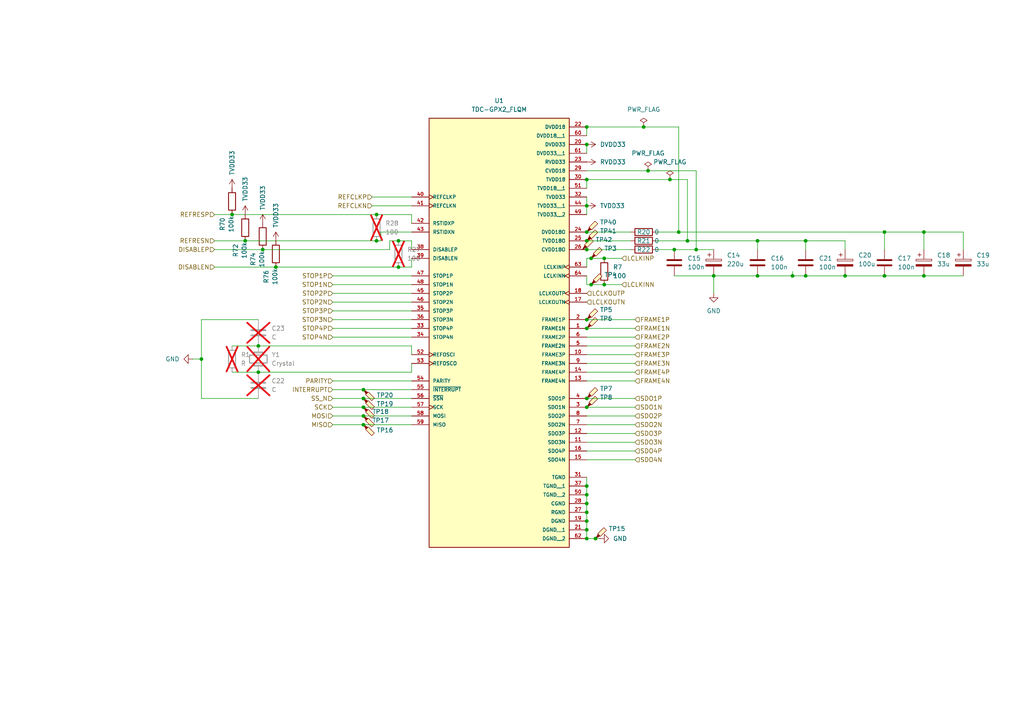
<source format=kicad_sch>
(kicad_sch (version 20231120) (generator "eeschema") (generator_version "8.0")
  (paper "A4")
  (lib_symbols
    (symbol "Connector:TestPoint_Probe" (pin_numbers hide) (pin_names (offset 0.762) hide)
      (property "Reference" "TP" (at 1.651 5.842 0))
      (property "Value" "TestPoint_Probe" (at 1.651 4.064 0))
      (symbol "TestPoint_Probe_0_1"
        (polyline (pts (xy 1.27 0.762) (xy 0 0) (xy 0.762 1.27) (xy 1.27 0.762)) (fill (type outline)))
        (polyline (pts (xy 1.397 0.635) (xy 0.635 1.397) (xy 2.413 3.175) (xy 3.175 2.413) (xy 1.397 0.635)) (fill (type background)))
      )
      (symbol "TestPoint_Probe_1_1"
        (pin passive line (at 0 0 90) (length 0) (name "1") (number "1"))
      )
    )
    (symbol "Device:C" (pin_numbers hide) (pin_names (offset 0.254))
      (property "Reference" "C" (at 0.635 2.54 0))
      (property "Value" "C" (at 0.635 -2.54 0))
      (symbol "C_0_1"
        (polyline (pts (xy -2.032 -0.762) (xy 2.032 -0.762)) (stroke (width 0.508)))
        (polyline (pts (xy -2.032 0.762) (xy 2.032 0.762)) (stroke (width 0.508)))
      )
      (symbol "C_1_1"
        (pin passive line (at 0 3.81 270) (length 2.794) (name "~") (number "1"))
        (pin passive line (at 0 -3.81 90) (length 2.794) (name "~") (number "2"))
      )
    )
    (symbol "Device:C_Polarized" (pin_numbers hide) (pin_names (offset 0.254))
      (property "Reference" "C" (at 0.635 2.54 0))
      (property "Value" "C_Polarized" (at 0.635 -2.54 0))
      (symbol "C_Polarized_0_1"
        (rectangle (start -2.286 0.508) (end 2.286 1.016))
        (polyline (pts (xy -1.778 2.286) (xy -0.762 2.286)))
        (polyline (pts (xy -1.27 2.794) (xy -1.27 1.778)))
        (rectangle (start 2.286 -0.508) (end -2.286 -1.016) (fill (type outline)))
      )
      (symbol "C_Polarized_1_1"
        (pin passive line (at 0 3.81 270) (length 2.794) (name "~") (number "1"))
        (pin passive line (at 0 -3.81 90) (length 2.794) (name "~") (number "2"))
      )
    )
    (symbol "Device:Crystal" (pin_numbers hide) (pin_names (offset 1.016) hide)
      (property "Reference" "Y" (at 0 3.81 0))
      (property "Value" "Crystal" (at 0 -3.81 0))
      (symbol "Crystal_0_1"
        (rectangle (start -1.143 2.54) (end 1.143 -2.54) (stroke (width 0.3048)))
        (polyline (pts (xy -2.54 0) (xy -1.905 0)))
        (polyline (pts (xy -1.905 -1.27) (xy -1.905 1.27)) (stroke (width 0.508)))
        (polyline (pts (xy 1.905 -1.27) (xy 1.905 1.27)) (stroke (width 0.508)))
        (polyline (pts (xy 2.54 0) (xy 1.905 0)))
      )
      (symbol "Crystal_1_1"
        (pin passive line (at -3.81 0 0) (length 1.27) (name "1") (number "1"))
        (pin passive line (at 3.81 0 180) (length 1.27) (name "2") (number "2"))
      )
    )
    (symbol "Device:R" (pin_numbers hide) (pin_names (offset 0))
      (property "Reference" "R" (at 2.032 0 90))
      (property "Value" "R" (at 0 0 90))
      (symbol "R_0_1"
        (rectangle (start -1.016 -2.54) (end 1.016 2.54) (stroke (width 0.254)))
      )
      (symbol "R_1_1"
        (pin passive line (at 0 3.81 270) (length 1.27) (name "~") (number "1"))
        (pin passive line (at 0 -3.81 90) (length 1.27) (name "~") (number "2"))
      )
    )
    (symbol "TDC-GPX2_FLQM:TDC-GPX2_FLQM" (pin_names (offset 1.016))
      (property "Reference" "U1" (at 0 55.88 0))
      (property "Value" "TDC-GPX2_FLQM" (at 0 53.34 0))
      (symbol "TDC-GPX2_FLQM_0_0"
        (rectangle (start -20.32 -73.66) (end 20.32 50.8) (stroke (width 0.254)) (fill (type background)))
        (pin output line (at 25.4 -10.16 180) (length 5.08) (name "FRAME1N") (number "1"))
        (pin output line (at 25.4 -17.78 180) (length 5.08) (name "FRAME3P") (number "10"))
        (pin output line (at 25.4 -43.18 180) (length 5.08) (name "SDO3N") (number "11"))
        (pin output line (at 25.4 -40.64 180) (length 5.08) (name "SDO3P") (number "12"))
        (pin output line (at 25.4 -25.4 180) (length 5.08) (name "FRAME4N") (number "13"))
        (pin output line (at 25.4 -22.86 180) (length 5.08) (name "FRAME4P") (number "14"))
        (pin output line (at 25.4 -48.26 180) (length 5.08) (name "SDO4N") (number "15"))
        (pin output line (at 25.4 -45.72 180) (length 5.08) (name "SDO4P") (number "16"))
        (pin output clock (at 25.4 -2.54 180) (length 5.08) (name "LCLKOUTN") (number "17"))
        (pin output clock (at 25.4 0 180) (length 5.08) (name "LCLKOUTP") (number "18"))
        (pin power_in line (at 25.4 -66.04 180) (length 5.08) (name "DGND") (number "19"))
        (pin output line (at 25.4 -7.62 180) (length 5.08) (name "FRAME1P") (number "2"))
        (pin power_in line (at 25.4 43.18 180) (length 5.08) (name "DVDD33") (number "20"))
        (pin power_in line (at 25.4 -68.58 180) (length 5.08) (name "DGND__1") (number "21"))
        (pin power_in line (at 25.4 48.26 180) (length 5.08) (name "DVDD18") (number "22"))
        (pin power_in line (at 25.4 38.1 180) (length 5.08) (name "RVDD33") (number "23"))
        (pin power_out line (at 25.4 17.78 180) (length 5.08) (name "DVDD18O") (number "24"))
        (pin power_out line (at 25.4 15.24 180) (length 5.08) (name "TVDD18O") (number "25"))
        (pin power_out line (at 25.4 12.7 180) (length 5.08) (name "CVDD18O") (number "26"))
        (pin power_in line (at 25.4 -63.5 180) (length 5.08) (name "RGND") (number "27"))
        (pin power_in line (at 25.4 -60.96 180) (length 5.08) (name "CGND") (number "28"))
        (pin power_in line (at 25.4 35.56 180) (length 5.08) (name "CVDD18") (number "29"))
        (pin output line (at 25.4 -33.02 180) (length 5.08) (name "SDO1N") (number "3"))
        (pin power_in line (at 25.4 33.02 180) (length 5.08) (name "TVDD18") (number "30"))
        (pin power_in line (at 25.4 -53.34 180) (length 5.08) (name "TGND") (number "31"))
        (pin power_in line (at 25.4 27.94 180) (length 5.08) (name "TVDD33") (number "32"))
        (pin input line (at -25.4 -10.16 0) (length 5.08) (name "STOP4P") (number "33"))
        (pin input line (at -25.4 -12.7 0) (length 5.08) (name "STOP4N") (number "34"))
        (pin input line (at -25.4 -5.08 0) (length 5.08) (name "STOP3P") (number "35"))
        (pin input line (at -25.4 -7.62 0) (length 5.08) (name "STOP3N") (number "36"))
        (pin power_in line (at 25.4 -55.88 180) (length 5.08) (name "TGND__1") (number "37"))
        (pin input line (at -25.4 12.7 0) (length 5.08) (name "DISABLEP") (number "38"))
        (pin input line (at -25.4 10.16 0) (length 5.08) (name "DISABLEN") (number "39"))
        (pin output line (at 25.4 -30.48 180) (length 5.08) (name "SDO1P") (number "4"))
        (pin input clock (at -25.4 27.94 0) (length 5.08) (name "REFCLKP") (number "40"))
        (pin input clock (at -25.4 25.4 0) (length 5.08) (name "REFCLKN") (number "41"))
        (pin input line (at -25.4 20.32 0) (length 5.08) (name "RSTIDXP") (number "42"))
        (pin input line (at -25.4 17.78 0) (length 5.08) (name "RSTIDXN") (number "43"))
        (pin power_in line (at 25.4 25.4 180) (length 5.08) (name "TVDD33__1") (number "44"))
        (pin input line (at -25.4 0 0) (length 5.08) (name "STOP2P") (number "45"))
        (pin input line (at -25.4 -2.54 0) (length 5.08) (name "STOP2N") (number "46"))
        (pin input line (at -25.4 5.08 0) (length 5.08) (name "STOP1P") (number "47"))
        (pin input line (at -25.4 2.54 0) (length 5.08) (name "STOP1N") (number "48"))
        (pin power_in line (at 25.4 22.86 180) (length 5.08) (name "TVDD33__2") (number "49"))
        (pin output line (at 25.4 -15.24 180) (length 5.08) (name "FRAME2N") (number "5"))
        (pin power_in line (at 25.4 -58.42 180) (length 5.08) (name "TGND__2") (number "50"))
        (pin power_in line (at 25.4 30.48 180) (length 5.08) (name "TVDD18__1") (number "51"))
        (pin input clock (at -25.4 -17.78 0) (length 5.08) (name "REFOSCI") (number "52"))
        (pin output clock (at -25.4 -20.32 0) (length 5.08) (name "REFOSCO") (number "53"))
        (pin output line (at -25.4 -25.4 0) (length 5.08) (name "PARITY") (number "54"))
        (pin output line (at -25.4 -27.94 0) (length 5.08) (name "~{INTERRUPT}") (number "55"))
        (pin input line (at -25.4 -30.48 0) (length 5.08) (name "~{SSN}") (number "56"))
        (pin input clock (at -25.4 -33.02 0) (length 5.08) (name "SCK") (number "57"))
        (pin input line (at -25.4 -35.56 0) (length 5.08) (name "MOSI") (number "58"))
        (pin bidirectional line (at -25.4 -38.1 0) (length 5.08) (name "MISO") (number "59"))
        (pin output line (at 25.4 -12.7 180) (length 5.08) (name "FRAME2P") (number "6"))
        (pin power_in line (at 25.4 45.72 180) (length 5.08) (name "DVDD18__1") (number "60"))
        (pin power_in line (at 25.4 40.64 180) (length 5.08) (name "DVDD33__1") (number "61"))
        (pin power_in line (at 25.4 -71.12 180) (length 5.08) (name "DGND__2") (number "62"))
        (pin input clock (at 25.4 7.62 180) (length 5.08) (name "LCLKINP") (number "63"))
        (pin input clock (at 25.4 5.08 180) (length 5.08) (name "LCLKINN") (number "64"))
        (pin output line (at 25.4 -38.1 180) (length 5.08) (name "SDO2N") (number "7"))
        (pin output line (at 25.4 -35.56 180) (length 5.08) (name "SDO2P") (number "8"))
        (pin output line (at 25.4 -20.32 180) (length 5.08) (name "FRAME3N") (number "9"))
      )
    )
    (symbol "power:+5C" (power) (pin_numbers hide) (pin_names (offset 0) hide)
      (property "Value" "+5C" (at 0 3.556 0))
      (symbol "+5C_0_1"
        (polyline (pts (xy -0.762 1.27) (xy 0 2.54)))
        (polyline (pts (xy 0 0) (xy 0 2.54)))
        (polyline (pts (xy 0 2.54) (xy 0.762 1.27)))
      )
      (symbol "+5C_1_1"
        (pin power_in line (at 0 0 90) (length 0) (name "~") (number "1"))
      )
    )
    (symbol "power:GND" (power) (pin_numbers hide) (pin_names (offset 0) hide)
      (property "Value" "GND" (at 0 -3.81 0))
      (symbol "GND_0_1"
        (polyline (pts (xy 0 0) (xy 0 -1.27) (xy 1.27 -1.27) (xy 0 -2.54) (xy -1.27 -1.27) (xy 0 -1.27)))
      )
      (symbol "GND_1_1"
        (pin power_in line (at 0 0 270) (length 0) (name "~") (number "1"))
      )
    )
    (symbol "power:PWR_FLAG" (power) (pin_numbers hide) (pin_names (offset 0) hide)
      (property "Value" "PWR_FLAG" (at 0 3.81 0))
      (symbol "PWR_FLAG_0_0"
        (pin power_out line (at 0 0 90) (length 0) (name "~") (number "1"))
      )
      (symbol "PWR_FLAG_0_1"
        (polyline (pts (xy 0 0) (xy 0 1.27) (xy -1.016 1.905) (xy 0 2.54) (xy 1.016 1.905) (xy 0 1.27)))
      )
    )
  )
  (junction (at 175.26 82.55))
  (junction (at 219.71 69.85))
  (junction (at 80.01 77.47))
  (junction (at 170.18 118.11))
  (junction (at 71.12 69.85))
  (junction (at 256.54 67.31))
  (junction (at 76.2 72.39))
  (junction (at 201.93 72.39))
  (junction (at 199.39 69.85))
  (junction (at 170.18 67.31))
  (junction (at 267.97 67.31))
  (junction (at 170.18 72.39))
  (junction (at 170.18 115.57))
  (junction (at 170.18 59.69))
  (junction (at 170.18 36.83))
  (junction (at 170.18 156.21))
  (junction (at 170.18 95.25))
  (junction (at 207.01 80.01))
  (junction (at 187.96 49.53))
  (junction (at 74.93 107.95))
  (junction (at 170.18 151.13))
  (junction (at 219.71 80.01))
  (junction (at 109.22 69.85))
  (junction (at 170.18 69.85))
  (junction (at 105.41 120.65))
  (junction (at 74.93 100.33))
  (junction (at 175.26 74.93))
  (junction (at 233.68 69.85))
  (junction (at 170.18 52.07))
  (junction (at 105.41 118.11))
  (junction (at 58.42 104.14))
  (junction (at 170.18 148.59))
  (junction (at 256.54 80.01))
  (junction (at 115.57 77.47))
  (junction (at 105.41 123.19))
  (junction (at 115.57 69.85))
  (junction (at 170.18 140.97))
  (junction (at 194.31 52.07))
  (junction (at 172.72 156.21))
  (junction (at 171.45 82.55))
  (junction (at 245.11 80.01))
  (junction (at 233.68 80.01))
  (junction (at 171.45 74.93))
  (junction (at 105.41 115.57))
  (junction (at 229.87 80.01))
  (junction (at 67.31 62.23))
  (junction (at 186.69 36.83))
  (junction (at 170.18 146.05))
  (junction (at 170.18 143.51))
  (junction (at 105.41 113.03))
  (junction (at 195.58 72.39))
  (junction (at 170.18 92.71))
  (junction (at 109.22 62.23))
  (junction (at 170.18 153.67))
  (junction (at 196.85 67.31))
  (junction (at 267.97 80.01))
  (junction (at 170.18 41.91))
  (wire (pts (xy 96.52 87.63) (xy 119.38 87.63)))
  (wire (pts (xy 201.93 72.39) (xy 207.01 72.39)))
  (wire (pts (xy 62.23 62.23) (xy 67.31 62.23)))
  (wire (pts (xy 67.31 62.23) (xy 109.22 62.23)))
  (wire (pts (xy 109.22 69.85) (xy 110.49 69.85)))
  (wire (pts (xy 170.18 107.95) (xy 184.15 107.95)))
  (wire (pts (xy 170.18 123.19) (xy 184.15 123.19)))
  (wire (pts (xy 279.4 67.31) (xy 279.4 72.39)))
  (wire (pts (xy 201.93 49.53) (xy 201.93 72.39)))
  (wire (pts (xy 80.01 77.47) (xy 115.57 77.47)))
  (wire (pts (xy 67.31 107.95) (xy 74.93 107.95)))
  (wire (pts (xy 207.01 80.01) (xy 219.71 80.01)))
  (wire (pts (xy 219.71 69.85) (xy 219.71 72.39)))
  (wire (pts (xy 170.18 110.49) (xy 184.15 110.49)))
  (wire (pts (xy 196.85 67.31) (xy 256.54 67.31)))
  (wire (pts (xy 110.49 69.85) (xy 110.49 67.31)))
  (wire (pts (xy 267.97 67.31) (xy 279.4 67.31)))
  (wire (pts (xy 170.18 143.51) (xy 170.18 146.05)))
  (wire (pts (xy 105.41 120.65) (xy 119.38 120.65)))
  (wire (pts (xy 175.26 82.55) (xy 180.34 82.55)))
  (wire (pts (xy 170.18 52.07) (xy 170.18 54.61)))
  (wire (pts (xy 170.18 146.05) (xy 170.18 148.59)))
  (wire (pts (xy 58.42 104.14) (xy 58.42 115.57)))
  (wire (pts (xy 199.39 52.07) (xy 194.31 52.07)))
  (wire (pts (xy 96.52 120.65) (xy 105.41 120.65)))
  (wire (pts (xy 74.93 107.95) (xy 119.38 107.95)))
  (wire (pts (xy 170.18 82.55) (xy 170.18 80.01)))
  (wire (pts (xy 109.22 62.23) (xy 119.38 62.23)))
  (wire (pts (xy 233.68 69.85) (xy 233.68 72.39)))
  (wire (pts (xy 170.18 74.93) (xy 170.18 77.47)))
  (wire (pts (xy 119.38 77.47) (xy 119.38 74.93)))
  (wire (pts (xy 180.34 74.93) (xy 175.26 74.93)))
  (wire (pts (xy 105.41 113.03) (xy 119.38 113.03)))
  (wire (pts (xy 170.18 82.55) (xy 171.45 82.55)))
  (wire (pts (xy 105.41 118.11) (xy 119.38 118.11)))
  (wire (pts (xy 107.95 59.69) (xy 119.38 59.69)))
  (wire (pts (xy 96.52 90.17) (xy 119.38 90.17)))
  (wire (pts (xy 245.11 80.01) (xy 256.54 80.01)))
  (wire (pts (xy 173.99 156.21) (xy 172.72 156.21)))
  (wire (pts (xy 170.18 95.25) (xy 184.15 95.25)))
  (wire (pts (xy 170.18 72.39) (xy 182.88 72.39)))
  (wire (pts (xy 199.39 69.85) (xy 199.39 52.07)))
  (wire (pts (xy 170.18 125.73) (xy 184.15 125.73)))
  (wire (pts (xy 170.18 120.65) (xy 184.15 120.65)))
  (wire (pts (xy 267.97 67.31) (xy 267.97 72.39)))
  (wire (pts (xy 62.23 72.39) (xy 76.2 72.39)))
  (wire (pts (xy 113.03 69.85) (xy 115.57 69.85)))
  (wire (pts (xy 119.38 105.41) (xy 119.38 107.95)))
  (wire (pts (xy 170.18 115.57) (xy 184.15 115.57)))
  (wire (pts (xy 229.87 80.01) (xy 233.68 80.01)))
  (wire (pts (xy 96.52 123.19) (xy 105.41 123.19)))
  (wire (pts (xy 58.42 104.14) (xy 58.42 92.71)))
  (wire (pts (xy 170.18 105.41) (xy 184.15 105.41)))
  (wire (pts (xy 170.18 118.11) (xy 184.15 118.11)))
  (wire (pts (xy 170.18 151.13) (xy 170.18 153.67)))
  (wire (pts (xy 96.52 80.01) (xy 119.38 80.01)))
  (wire (pts (xy 74.93 100.33) (xy 119.38 100.33)))
  (wire (pts (xy 62.23 69.85) (xy 71.12 69.85)))
  (wire (pts (xy 105.41 115.57) (xy 119.38 115.57)))
  (wire (pts (xy 107.95 57.15) (xy 119.38 57.15)))
  (wire (pts (xy 196.85 67.31) (xy 196.85 36.83)))
  (wire (pts (xy 96.52 82.55) (xy 119.38 82.55)))
  (wire (pts (xy 96.52 95.25) (xy 119.38 95.25)))
  (wire (pts (xy 190.5 69.85) (xy 199.39 69.85)))
  (wire (pts (xy 170.18 100.33) (xy 184.15 100.33)))
  (wire (pts (xy 110.49 67.31) (xy 119.38 67.31)))
  (wire (pts (xy 71.12 69.85) (xy 109.22 69.85)))
  (wire (pts (xy 190.5 72.39) (xy 195.58 72.39)))
  (wire (pts (xy 245.11 69.85) (xy 245.11 72.39)))
  (wire (pts (xy 96.52 115.57) (xy 105.41 115.57)))
  (wire (pts (xy 170.18 59.69) (xy 170.18 62.23)))
  (wire (pts (xy 256.54 67.31) (xy 256.54 72.39)))
  (wire (pts (xy 233.68 80.01) (xy 245.11 80.01)))
  (wire (pts (xy 195.58 80.01) (xy 207.01 80.01)))
  (wire (pts (xy 170.18 97.79) (xy 184.15 97.79)))
  (wire (pts (xy 62.23 77.47) (xy 80.01 77.47)))
  (wire (pts (xy 171.45 74.93) (xy 175.26 74.93)))
  (wire (pts (xy 96.52 110.49) (xy 119.38 110.49)))
  (wire (pts (xy 113.03 72.39) (xy 113.03 69.85)))
  (wire (pts (xy 229.87 78.74) (xy 229.87 80.01)))
  (wire (pts (xy 96.52 92.71) (xy 119.38 92.71)))
  (wire (pts (xy 76.2 72.39) (xy 113.03 72.39)))
  (wire (pts (xy 168.91 72.39) (xy 170.18 72.39)))
  (wire (pts (xy 170.18 130.81) (xy 184.15 130.81)))
  (wire (pts (xy 171.45 82.55) (xy 175.26 82.55)))
  (wire (pts (xy 170.18 148.59) (xy 170.18 151.13)))
  (wire (pts (xy 199.39 69.85) (xy 219.71 69.85)))
  (wire (pts (xy 115.57 69.85) (xy 119.38 69.85)))
  (wire (pts (xy 194.31 52.07) (xy 170.18 52.07)))
  (wire (pts (xy 219.71 69.85) (xy 233.68 69.85)))
  (wire (pts (xy 219.71 80.01) (xy 229.87 80.01)))
  (wire (pts (xy 96.52 85.09) (xy 119.38 85.09)))
  (wire (pts (xy 119.38 100.33) (xy 119.38 102.87)))
  (wire (pts (xy 58.42 92.71) (xy 74.93 92.71)))
  (wire (pts (xy 96.52 113.03) (xy 105.41 113.03)))
  (wire (pts (xy 170.18 92.71) (xy 184.15 92.71)))
  (wire (pts (xy 187.96 49.53) (xy 201.93 49.53)))
  (wire (pts (xy 170.18 69.85) (xy 182.88 69.85)))
  (wire (pts (xy 170.18 133.35) (xy 184.15 133.35)))
  (wire (pts (xy 105.41 123.19) (xy 119.38 123.19)))
  (wire (pts (xy 233.68 69.85) (xy 245.11 69.85)))
  (wire (pts (xy 201.93 72.39) (xy 195.58 72.39)))
  (wire (pts (xy 170.18 153.67) (xy 170.18 156.21)))
  (wire (pts (xy 267.97 80.01) (xy 279.4 80.01)))
  (wire (pts (xy 170.18 140.97) (xy 170.18 143.51)))
  (wire (pts (xy 170.18 138.43) (xy 170.18 140.97)))
  (wire (pts (xy 172.72 156.21) (xy 170.18 156.21)))
  (wire (pts (xy 256.54 67.31) (xy 267.97 67.31)))
  (wire (pts (xy 256.54 80.01) (xy 267.97 80.01)))
  (wire (pts (xy 170.18 74.93) (xy 171.45 74.93)))
  (wire (pts (xy 170.18 49.53) (xy 187.96 49.53)))
  (wire (pts (xy 115.57 77.47) (xy 119.38 77.47)))
  (wire (pts (xy 119.38 62.23) (xy 119.38 64.77)))
  (wire (pts (xy 170.18 41.91) (xy 170.18 44.45)))
  (wire (pts (xy 67.31 100.33) (xy 74.93 100.33)))
  (wire (pts (xy 58.42 115.57) (xy 74.93 115.57)))
  (wire (pts (xy 170.18 36.83) (xy 170.18 39.37)))
  (wire (pts (xy 186.69 36.83) (xy 170.18 36.83)))
  (wire (pts (xy 170.18 128.27) (xy 184.15 128.27)))
  (wire (pts (xy 170.18 67.31) (xy 182.88 67.31)))
  (wire (pts (xy 55.88 104.14) (xy 58.42 104.14)))
  (wire (pts (xy 170.18 57.15) (xy 170.18 59.69)))
  (wire (pts (xy 96.52 97.79) (xy 119.38 97.79)))
  (wire (pts (xy 190.5 67.31) (xy 196.85 67.31)))
  (wire (pts (xy 170.18 102.87) (xy 184.15 102.87)))
  (wire (pts (xy 96.52 118.11) (xy 105.41 118.11)))
  (wire (pts (xy 207.01 80.01) (xy 207.01 85.09)))
  (wire (pts (xy 119.38 69.85) (xy 119.38 72.39)))
  (wire (pts (xy 196.85 36.83) (xy 186.69 36.83)))
  (hierarchical_label "REFCLKN" (shape input) (at 107.95 59.69 180))
  (hierarchical_label "INTERRUPT" (shape input) (at 96.52 113.03 180))
  (hierarchical_label "SDO3N" (shape input) (at 184.15 128.27 0))
  (hierarchical_label "FRAME2P" (shape input) (at 184.15 97.79 0))
  (hierarchical_label "REFRESP" (shape input) (at 62.23 62.23 180))
  (hierarchical_label "FRAME3N" (shape input) (at 184.15 105.41 0))
  (hierarchical_label "FRAME1N" (shape input) (at 184.15 95.25 0))
  (hierarchical_label "DISABLEP" (shape input) (at 62.23 72.39 180))
  (hierarchical_label "SDO1N" (shape input) (at 184.15 118.11 0))
  (hierarchical_label "STOP3N" (shape input) (at 96.52 92.71 180))
  (hierarchical_label "LCLKINN" (shape input) (at 180.34 82.55 0))
  (hierarchical_label "LCLKINP" (shape input) (at 180.34 74.93 0))
  (hierarchical_label "STOP1N" (shape input) (at 96.52 82.55 180))
  (hierarchical_label "STOP4P" (shape input) (at 96.52 95.25 180))
  (hierarchical_label "FRAME2N" (shape input) (at 184.15 100.33 0))
  (hierarchical_label "SDO2N" (shape input) (at 184.15 123.19 0))
  (hierarchical_label "PARITY" (shape input) (at 96.52 110.49 180))
  (hierarchical_label "REFCLKP" (shape input) (at 107.95 57.15 180))
  (hierarchical_label "SDO4N" (shape input) (at 184.15 133.35 0))
  (hierarchical_label "SDO3P" (shape input) (at 184.15 125.73 0))
  (hierarchical_label "MISO" (shape input) (at 96.52 123.19 180))
  (hierarchical_label "FRAME1P" (shape input) (at 184.15 92.71 0))
  (hierarchical_label "FRAME4N" (shape input) (at 184.15 110.49 0))
  (hierarchical_label "REFRESN" (shape input) (at 62.23 69.85 180))
  (hierarchical_label "STOP3P" (shape input) (at 96.52 90.17 180))
  (hierarchical_label "SDO4P" (shape input) (at 184.15 130.81 0))
  (hierarchical_label "MOSI" (shape input) (at 96.52 120.65 180))
  (hierarchical_label "DISABLEN" (shape input) (at 62.23 77.47 180))
  (hierarchical_label "SDO1P" (shape input) (at 184.15 115.57 0))
  (hierarchical_label "SDO2P" (shape input) (at 184.15 120.65 0))
  (hierarchical_label "SCK" (shape input) (at 96.52 118.11 180))
  (hierarchical_label "STOP4N" (shape input) (at 96.52 97.79 180))
  (hierarchical_label "LCLKOUTP" (shape input) (at 170.18 85.09 0))
  (hierarchical_label "SS_N" (shape input) (at 96.52 115.57 180))
  (hierarchical_label "FRAME4P" (shape input) (at 184.15 107.95 0))
  (hierarchical_label "STOP2P" (shape input) (at 96.52 85.09 180))
  (hierarchical_label "STOP2N" (shape input) (at 96.52 87.63 180))
  (hierarchical_label "LCLKOUTN" (shape input) (at 170.18 87.63 0))
  (hierarchical_label "FRAME3P" (shape input) (at 184.15 102.87 0))
  (hierarchical_label "STOP1P" (shape input) (at 96.52 80.01 180))
  (symbol (lib_id "Device:C") (at 256.54 76.2 0) (unit 1)
    (property "Reference" "C17" (at 260.35 74.9299 0) (effects (justify left)))
    (property "Value" "100n" (at 260.35 77.4699 0) (effects (justify left)))
    (property "Footprint" "Capacitor_SMD:C_0603_1608Metric_Pad1.08x0.95mm_HandSolder" (effects (hide yes)))
    (property "Description" "Unpolarized capacitor" (effects (hide yes)))
  )
  (symbol (lib_id "power:+5C") (at 80.01 69.85 0) (unit 1)
    (property "Reference" "#PWR0100" (effects (hide yes)))
    (property "Value" "TVDD33" (at 80.01 62.484 90))
    (property "Description" "Power symbol creates a global label with name \"+5C\"" (effects (hide yes)))
  )
  (symbol (lib_id "power:PWR_FLAG") (at 187.96 49.53 0) (unit 1)
    (property "Reference" "#FLG06" (effects (hide yes)))
    (property "Value" "PWR_FLAG" (at 187.96 44.45 0))
    (property "Description" "Special symbol for telling ERC where power comes from" (effects (hide yes)))
  )
  (symbol (lib_id "Connector:TestPoint_Probe") (at 168.91 72.39 0) (unit 1)
    (property "Reference" "TP42" (at 172.72 69.5324 0) (effects (justify left)))
    (property "Value" "TestPoint_Probe" (effects (hide yes)))
    (property "Footprint" "Connector_PinHeader_2.54mm:PinHeader_1x01_P2.54mm_Vertical" (effects (hide yes)))
    (property "Description" "test point (alternative probe-style design)" (effects (hide yes)))
  )
  (symbol (lib_id "Connector:TestPoint_Probe") (at 105.41 120.65 270) (unit 1)
    (property "Reference" "TP17" (at 107.95 121.92 90) (effects (justify left)))
    (property "Value" "TestPoint_Probe" (effects (hide yes)))
    (property "Footprint" "Connector_PinHeader_2.54mm:PinHeader_1x01_P2.54mm_Vertical" (effects (hide yes)))
    (property "Description" "test point (alternative probe-style design)" (effects (hide yes)))
  )
  (symbol (lib_id "Connector:TestPoint_Probe") (at 105.41 123.19 270) (unit 1)
    (property "Reference" "TP16" (at 109.22 124.7774 90) (effects (justify left)))
    (property "Value" "TestPoint_Probe" (effects (hide yes)))
    (property "Footprint" "Connector_PinHeader_2.54mm:PinHeader_1x01_P2.54mm_Vertical" (effects (hide yes)))
    (property "Description" "test point (alternative probe-style design)" (effects (hide yes)))
  )
  (symbol (lib_id "Connector:TestPoint_Probe") (at 171.45 82.55 0) (unit 1)
    (property "Reference" "TP4" (at 175.26 79.6924 0) (effects (justify left)))
    (property "Value" "TestPoint_Probe" (effects (hide yes)))
    (property "Footprint" "Connector_PinHeader_2.54mm:PinHeader_1x01_P2.54mm_Vertical" (effects (hide yes)))
    (property "Description" "test point (alternative probe-style design)" (effects (hide yes)))
  )
  (symbol (lib_id "power:PWR_FLAG") (at 186.69 36.83 0) (unit 1)
    (property "Reference" "#FLG05" (effects (hide yes)))
    (property "Value" "PWR_FLAG" (at 186.69 31.75 0))
    (property "Description" "Special symbol for telling ERC where power comes from" (effects (hide yes)))
  )
  (symbol (lib_id "Device:Crystal") (at 74.93 104.14 90) (unit 1) (exclude_from_sim yes) (in_bom no) (on_board no) (dnp yes)
    (property "Reference" "Y1" (at 78.74 102.8699 90) (effects (justify right)))
    (property "Value" "Crystal" (at 78.74 105.4099 90) (effects (justify right)))
    (property "Description" "Two pin crystal" (effects (hide yes)))
  )
  (symbol (lib_id "Device:C") (at 233.68 76.2 0) (unit 1)
    (property "Reference" "C21" (at 237.49 74.9299 0) (effects (justify left)))
    (property "Value" "100n" (at 237.49 77.4699 0) (effects (justify left)))
    (property "Footprint" "Capacitor_SMD:C_0603_1608Metric_Pad1.08x0.95mm_HandSolder" (effects (hide yes)))
    (property "Description" "Unpolarized capacitor" (effects (hide yes)))
  )
  (symbol (lib_id "Connector:TestPoint_Probe") (at 170.18 69.85 0) (unit 1)
    (property "Reference" "TP41" (at 173.99 66.9924 0) (effects (justify left)))
    (property "Value" "TestPoint_Probe" (effects (hide yes)))
    (property "Footprint" "Connector_PinHeader_2.54mm:PinHeader_1x01_P2.54mm_Vertical" (effects (hide yes)))
    (property "Description" "test point (alternative probe-style design)" (effects (hide yes)))
  )
  (symbol (lib_id "Device:R") (at 67.31 104.14 0) (unit 1) (exclude_from_sim yes) (in_bom no) (on_board no) (dnp yes)
    (property "Reference" "R1" (at 69.85 102.8699 0) (effects (justify left)))
    (property "Value" "R" (at 69.85 105.4099 0) (effects (justify left)))
    (property "Description" "Resistor" (effects (hide yes)))
  )
  (symbol (lib_id "Device:R") (at 186.69 72.39 90) (unit 1)
    (property "Reference" "R22" (at 186.69 72.39 90))
    (property "Value" "0" (at 190.5 72.39 90))
    (property "Footprint" "Resistor_SMD:R_0603_1608Metric_Pad0.98x0.95mm_HandSolder" (effects (hide yes)))
    (property "Description" "Resistor" (effects (hide yes)))
  )
  (symbol (lib_id "Device:C") (at 195.58 76.2 0) (unit 1)
    (property "Reference" "C15" (at 199.39 74.9299 0) (effects (justify left)))
    (property "Value" "100n" (at 199.39 77.4699 0) (effects (justify left)))
    (property "Footprint" "Capacitor_SMD:C_0603_1608Metric_Pad1.08x0.95mm_HandSolder" (effects (hide yes)))
    (property "Description" "Unpolarized capacitor" (effects (hide yes)))
  )
  (symbol (lib_id "power:GND") (at 173.99 156.21 90) (unit 1)
    (property "Reference" "#PWR01" (effects (hide yes)))
    (property "Value" "GND" (at 177.8 156.2099 90) (effects (justify right)))
    (property "Description" "Power symbol creates a global label with name \"GND\" , ground" (effects (hide yes)))
  )
  (symbol (lib_id "Device:C") (at 74.93 111.76 0) (unit 1) (exclude_from_sim yes) (in_bom no) (on_board no) (dnp yes)
    (property "Reference" "C22" (at 78.74 110.4899 0) (effects (justify left)))
    (property "Value" "C" (at 78.74 113.0299 0) (effects (justify left)))
    (property "Description" "Unpolarized capacitor" (effects (hide yes)))
  )
  (symbol (lib_id "Connector:TestPoint_Probe") (at 170.18 92.71 0) (unit 1)
    (property "Reference" "TP5" (at 173.99 89.8524 0) (effects (justify left)))
    (property "Value" "TestPoint_Probe" (effects (hide yes)))
    (property "Footprint" "Connector_PinHeader_2.54mm:PinHeader_1x01_P2.54mm_Vertical" (effects (hide yes)))
    (property "Description" "test point (alternative probe-style design)" (effects (hide yes)))
  )
  (symbol (lib_id "Connector:TestPoint_Probe") (at 170.18 67.31 0) (unit 1)
    (property "Reference" "TP40" (at 173.99 64.4524 0) (effects (justify left)))
    (property "Value" "TestPoint_Probe" (effects (hide yes)))
    (property "Footprint" "Connector_PinHeader_2.54mm:PinHeader_1x01_P2.54mm_Vertical" (effects (hide yes)))
    (property "Description" "test point (alternative probe-style design)" (effects (hide yes)))
  )
  (symbol (lib_id "power:+5C") (at 71.12 62.23 0) (unit 1)
    (property "Reference" "#PWR098" (effects (hide yes)))
    (property "Value" "TVDD33" (at 71.12 54.864 90))
    (property "Description" "Power symbol creates a global label with name \"+5C\"" (effects (hide yes)))
  )
  (symbol (lib_id "Device:R") (at 71.12 66.04 180) (unit 1)
    (property "Reference" "R72" (at 68.326 72.644 90))
    (property "Value" "100k" (at 70.866 72.644 90))
    (property "Footprint" "Resistor_SMD:R_0603_1608Metric_Pad0.98x0.95mm_HandSolder" (effects (hide yes)))
    (property "Description" "Resistor" (effects (hide yes)))
  )
  (symbol (lib_id "Device:C_Polarized") (at 279.4 76.2 0) (unit 1)
    (property "Reference" "C19" (at 283.21 74.0409 0) (effects (justify left)))
    (property "Value" "33u" (at 283.21 76.5809 0) (effects (justify left)))
    (property "Footprint" "Capacitor_Tantalum_SMD:CP_EIA-2012-15_AVX-P_Pad1.30x1.05mm_HandSolder" (effects (hide yes)))
    (property "Description" "Polarized capacitor (tantal)" (effects (hide yes)))
  )
  (symbol (lib_id "power:GND") (at 55.88 104.14 270) (unit 1)
    (property "Reference" "#PWR02" (effects (hide yes)))
    (property "Value" "GND" (at 52.07 104.1399 90) (effects (justify right)))
    (property "Description" "Power symbol creates a global label with name \"GND\" , ground" (effects (hide yes)))
  )
  (symbol (lib_id "power:+5C") (at 170.18 41.91 270) (unit 1)
    (property "Reference" "#PWR075" (effects (hide yes)))
    (property "Value" "DVDD33" (at 173.99 41.9099 90) (effects (justify left)))
    (property "Description" "Power symbol creates a global label with name \"+5C\"" (effects (hide yes)))
  )
  (symbol (lib_id "power:+5C") (at 170.18 59.69 270) (unit 1)
    (property "Reference" "#PWR073" (effects (hide yes)))
    (property "Value" "TVDD33" (at 173.99 59.6899 90) (effects (justify left)))
    (property "Description" "Power symbol creates a global label with name \"+5C\"" (effects (hide yes)))
  )
  (symbol (lib_id "Device:R") (at 186.69 67.31 90) (unit 1)
    (property "Reference" "R20" (at 186.69 67.31 90))
    (property "Value" "0" (at 190.5 67.31 90))
    (property "Footprint" "Resistor_SMD:R_0603_1608Metric_Pad0.98x0.95mm_HandSolder" (effects (hide yes)))
    (property "Description" "Resistor" (effects (hide yes)))
  )
  (symbol (lib_id "Device:R") (at 186.69 69.85 90) (unit 1)
    (property "Reference" "R21" (at 186.69 69.85 90))
    (property "Value" "0" (at 190.5 69.85 90))
    (property "Footprint" "Resistor_SMD:R_0603_1608Metric_Pad0.98x0.95mm_HandSolder" (effects (hide yes)))
    (property "Description" "Resistor" (effects (hide yes)))
  )
  (symbol (lib_id "power:+5C") (at 76.2 64.77 0) (unit 1)
    (property "Reference" "#PWR099" (effects (hide yes)))
    (property "Value" "TVDD33" (at 76.2 57.404 90))
    (property "Description" "Power symbol creates a global label with name \"+5C\"" (effects (hide yes)))
  )
  (symbol (lib_id "Connector:TestPoint_Probe") (at 171.45 74.93 0) (unit 1)
    (property "Reference" "TP3" (at 175.26 72.0724 0) (effects (justify left)))
    (property "Value" "TestPoint_Probe" (effects (hide yes)))
    (property "Footprint" "Connector_PinHeader_2.54mm:PinHeader_1x01_P2.54mm_Vertical" (effects (hide yes)))
    (property "Description" "test point (alternative probe-style design)" (effects (hide yes)))
  )
  (symbol (lib_id "Connector:TestPoint_Probe") (at 170.18 95.25 0) (unit 1)
    (property "Reference" "TP6" (at 173.99 92.3924 0) (effects (justify left)))
    (property "Value" "TestPoint_Probe" (effects (hide yes)))
    (property "Footprint" "Connector_PinHeader_2.54mm:PinHeader_1x01_P2.54mm_Vertical" (effects (hide yes)))
    (property "Description" "test point (alternative probe-style design)" (effects (hide yes)))
  )
  (symbol (lib_id "power:+5C") (at 170.18 46.99 270) (unit 1)
    (property "Reference" "#PWR076" (effects (hide yes)))
    (property "Value" "RVDD33" (at 173.99 46.9899 90) (effects (justify left)))
    (property "Description" "Power symbol creates a global label with name \"+5C\"" (effects (hide yes)))
  )
  (symbol (lib_id "Connector:TestPoint_Probe") (at 170.18 118.11 0) (unit 1)
    (property "Reference" "TP8" (at 173.99 115.2524 0) (effects (justify left)))
    (property "Value" "TestPoint_Probe" (effects (hide yes)))
    (property "Footprint" "Connector_PinHeader_2.54mm:PinHeader_1x01_P2.54mm_Vertical" (effects (hide yes)))
    (property "Description" "test point (alternative probe-style design)" (effects (hide yes)))
  )
  (symbol (lib_id "Device:C_Polarized") (at 245.11 76.2 0) (unit 1)
    (property "Reference" "C20" (at 248.92 74.0409 0) (effects (justify left)))
    (property "Value" "100u" (at 248.92 76.5809 0) (effects (justify left)))
    (property "Footprint" "Capacitor_Tantalum_SMD:CP_EIA-2012-15_AVX-P_Pad1.30x1.05mm_HandSolder" (effects (hide yes)))
    (property "Description" "Polarized capacitor (tantal)" (effects (hide yes)))
  )
  (symbol (lib_id "Connector:TestPoint_Probe") (at 170.18 115.57 0) (unit 1)
    (property "Reference" "TP7" (at 173.99 112.7124 0) (effects (justify left)))
    (property "Value" "TestPoint_Probe" (effects (hide yes)))
    (property "Footprint" "Connector_PinHeader_2.54mm:PinHeader_1x01_P2.54mm_Vertical" (effects (hide yes)))
    (property "Description" "test point (alternative probe-style design)" (effects (hide yes)))
  )
  (symbol (lib_id "power:GND") (at 207.01 85.09 0) (unit 1)
    (property "Reference" "#PWR077" (effects (hide yes)))
    (property "Value" "GND" (at 207.01 90.17 0))
    (property "Description" "Power symbol creates a global label with name \"GND\" , ground" (effects (hide yes)))
  )
  (symbol (lib_id "Device:R") (at 76.2 68.58 180) (unit 1)
    (property "Reference" "R74" (at 73.406 75.184 90))
    (property "Value" "100k" (at 75.946 75.184 90))
    (property "Footprint" "Resistor_SMD:R_0603_1608Metric_Pad0.98x0.95mm_HandSolder" (effects (hide yes)))
    (property "Description" "Resistor" (effects (hide yes)))
  )
  (symbol (lib_id "Connector:TestPoint_Probe") (at 105.41 118.11 270) (unit 1)
    (property "Reference" "TP18" (at 107.95 119.38 90) (effects (justify left)))
    (property "Value" "TestPoint_Probe" (effects (hide yes)))
    (property "Footprint" "Connector_PinHeader_2.54mm:PinHeader_1x01_P2.54mm_Vertical" (effects (hide yes)))
    (property "Description" "test point (alternative probe-style design)" (effects (hide yes)))
  )
  (symbol (lib_id "Device:R") (at 175.26 78.74 0) (unit 1)
    (property "Reference" "R7" (at 177.8 77.4699 0) (effects (justify left)))
    (property "Value" "100" (at 177.8 80.0099 0) (effects (justify left)))
    (property "Footprint" "Resistor_SMD:R_0603_1608Metric_Pad0.98x0.95mm_HandSolder" (effects (hide yes)))
    (property "Description" "Resistor" (effects (hide yes)))
  )
  (symbol (lib_id "TDC-GPX2_FLQM:TDC-GPX2_FLQM") (at 144.78 85.09 0) (unit 1)
    (property "Reference" "U1" (at 144.78 29.21 0))
    (property "Value" "TDC-GPX2_FLQM" (at 144.78 31.75 0))
    (property "Footprint" "TDC_GPX2_FLQM:QFP50P1200X1200X160-64N" (effects (hide yes)))
    (property "PARTREV" "v1-03" (effects (hide yes)))
    (property "STANDARD" "IPC 7351B" (effects (hide yes)))
    (property "MAXIMUM_PACKAGE_HEIGHT" "1.6 mm" (effects (hide yes)))
    (property "MANUFACTURER" "ScioSense" (effects (hide yes)))
  )
  (symbol (lib_id "Connector:TestPoint_Probe") (at 105.41 115.57 270) (unit 1)
    (property "Reference" "TP19" (at 109.22 117.1574 90) (effects (justify left)))
    (property "Value" "TestPoint_Probe" (effects (hide yes)))
    (property "Footprint" "Connector_PinHeader_2.54mm:PinHeader_1x01_P2.54mm_Vertical" (effects (hide yes)))
    (property "Description" "test point (alternative probe-style design)" (effects (hide yes)))
  )
  (symbol (lib_id "Connector:TestPoint_Probe") (at 172.72 156.21 0) (unit 1)
    (property "Reference" "TP15" (at 176.53 153.3524 0) (effects (justify left)))
    (property "Value" "TestPoint_Probe" (effects (hide yes)))
    (property "Footprint" "Connector_PinHeader_2.54mm:PinHeader_1x01_P2.54mm_Vertical" (effects (hide yes)))
    (property "Description" "test point (alternative probe-style design)" (effects (hide yes)))
  )
  (symbol (lib_id "Device:R") (at 80.01 73.66 180) (unit 1)
    (property "Reference" "R76" (at 77.216 80.264 90))
    (property "Value" "100k" (at 79.756 80.264 90))
    (property "Footprint" "Resistor_SMD:R_0603_1608Metric_Pad0.98x0.95mm_HandSolder" (effects (hide yes)))
    (property "Description" "Resistor" (effects (hide yes)))
  )
  (symbol (lib_id "Device:R") (at 115.57 73.66 0) (unit 1) (in_bom no) (dnp yes)
    (property "Reference" "R27" (at 118.11 72.3899 0) (effects (justify left)))
    (property "Value" "100" (at 118.11 74.9299 0) (effects (justify left)))
    (property "Footprint" "Resistor_SMD:R_0603_1608Metric_Pad0.98x0.95mm_HandSolder" (effects (hide yes)))
    (property "Description" "Resistor" (effects (hide yes)))
  )
  (symbol (lib_id "Device:C_Polarized") (at 207.01 76.2 0) (unit 1)
    (property "Reference" "C14" (at 210.82 74.0409 0) (effects (justify left)))
    (property "Value" "220u" (at 210.82 76.5809 0) (effects (justify left)))
    (property "Footprint" "Capacitor_Tantalum_SMD:CP_EIA-3528-21_Kemet-B_Pad1.50x2.35mm_HandSolder" (effects (hide yes)))
    (property "Description" "Polarized capacitor (tantal)" (effects (hide yes)))
  )
  (symbol (lib_id "Device:R") (at 67.31 58.42 180) (unit 1)
    (property "Reference" "R70" (at 64.516 65.024 90))
    (property "Value" "100k" (at 67.056 65.024 90))
    (property "Footprint" "Resistor_SMD:R_0603_1608Metric_Pad0.98x0.95mm_HandSolder" (effects (hide yes)))
    (property "Description" "Resistor" (effects (hide yes)))
  )
  (symbol (lib_id "power:PWR_FLAG") (at 194.31 52.07 0) (unit 1)
    (property "Reference" "#FLG07" (effects (hide yes)))
    (property "Value" "PWR_FLAG" (at 194.31 46.99 0))
    (property "Description" "Special symbol for telling ERC where power comes from" (effects (hide yes)))
  )
  (symbol (lib_id "Connector:TestPoint_Probe") (at 105.41 113.03 270) (unit 1)
    (property "Reference" "TP20" (at 109.22 114.6174 90) (effects (justify left)))
    (property "Value" "TestPoint_Probe" (effects (hide yes)))
    (property "Footprint" "Connector_PinHeader_2.54mm:PinHeader_1x01_P2.54mm_Vertical" (effects (hide yes)))
    (property "Description" "test point (alternative probe-style design)" (effects (hide yes)))
  )
  (symbol (lib_id "Device:C_Polarized") (at 267.97 76.2 0) (unit 1)
    (property "Reference" "C18" (at 271.78 74.0409 0) (effects (justify left)))
    (property "Value" "33u" (at 271.78 76.5809 0) (effects (justify left)))
    (property "Footprint" "Capacitor_Tantalum_SMD:CP_EIA-2012-15_AVX-P_Pad1.30x1.05mm_HandSolder" (effects (hide yes)))
    (property "Description" "Polarized capacitor (tantal)" (effects (hide yes)))
  )
  (symbol (lib_id "Device:C") (at 219.71 76.2 0) (unit 1)
    (property "Reference" "C16" (at 223.52 74.9299 0) (effects (justify left)))
    (property "Value" "100n" (at 223.52 77.4699 0) (effects (justify left)))
    (property "Footprint" "Capacitor_SMD:C_0603_1608Metric_Pad1.08x0.95mm_HandSolder" (effects (hide yes)))
    (property "Description" "Unpolarized capacitor" (effects (hide yes)))
  )
  (symbol (lib_id "Device:C") (at 74.93 96.52 0) (unit 1) (exclude_from_sim yes) (in_bom no) (on_board no) (dnp yes)
    (property "Reference" "C23" (at 78.74 95.2499 0) (effects (justify left)))
    (property "Value" "C" (at 78.74 97.7899 0) (effects (justify left)))
    (property "Description" "Unpolarized capacitor" (effects (hide yes)))
  )
  (symbol (lib_id "Device:R") (at 109.22 66.04 0) (unit 1) (in_bom no) (dnp yes)
    (property "Reference" "R28" (at 111.76 64.7699 0) (effects (justify left)))
    (property "Value" "100" (at 111.76 67.3099 0) (effects (justify left)))
    (property "Footprint" "Resistor_SMD:R_0603_1608Metric_Pad0.98x0.95mm_HandSolder" (effects (hide yes)))
    (property "Description" "Resistor" (effects (hide yes)))
  )
  (symbol (lib_id "power:+5C") (at 67.31 54.61 0) (unit 1)
    (property "Reference" "#PWR094" (effects (hide yes)))
    (property "Value" "TVDD33" (at 67.31 47.244 90))
    (property "Description" "Power symbol creates a global label with name \"+5C\"" (effects (hide yes)))
  )
)
</source>
